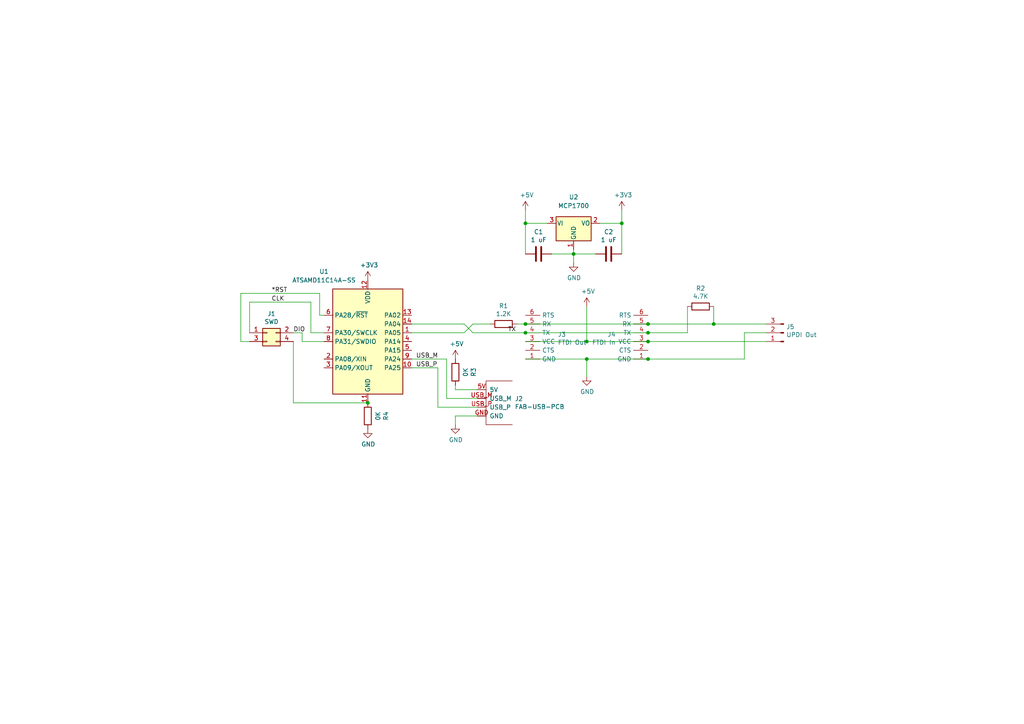
<source format=kicad_sch>
(kicad_sch (version 20211123) (generator eeschema)
  (paper "A4")
  (lib_symbols
    (symbol "Regulator_Linear:MCP1700-3302E_SOT23" (pin_names (offset 0.254))
      (property "Reference" "U" (at -3.81 3.175 0))
      (property "Value" "MCP1700-3302E_SOT23" (at 0 3.175 0))
      (symbol "MCP1700-3302E_SOT23_0_1"
        (rectangle (start -5.08 1.905) (end 5.08 -5.08) (stroke (width 0.254)) (fill (type background)))
      )
      (symbol "MCP1700-3302E_SOT23_1_1"
        (pin power_in line (at 0 -7.62 90) (length 2.54) (name "GND") (number "1"))
        (pin power_out line (at 7.62 0 180) (length 2.54) (name "VO") (number "2"))
        (pin power_in line (at -7.62 0 0) (length 2.54) (name "VI") (number "3"))
      )
    )
    (symbol "fab:ATSAMD11C14A-SS"
      (property "Reference" "U" (at -10.16 16.51 0))
      (property "Value" "fab_ATSAMD11C14A-SS" (at 1.27 16.51 0))
      (symbol "ATSAMD11C14A-SS_0_1"
        (rectangle (start -10.16 15.24) (end 10.16 -15.24) (stroke (width 0.254)) (fill (type background)))
      )
      (symbol "ATSAMD11C14A-SS_1_1"
        (pin bidirectional line (at 12.7 2.54 180) (length 2.54) (name "PA05") (number "1"))
        (pin bidirectional line (at 12.7 -7.62 180) (length 2.54) (name "PA25") (number "10"))
        (pin power_in line (at 0 -17.78 90) (length 2.54) (name "GND") (number "11"))
        (pin power_in line (at 0 17.78 270) (length 2.54) (name "VDD") (number "12"))
        (pin bidirectional line (at 12.7 7.62 180) (length 2.54) (name "PA02") (number "13"))
        (pin bidirectional line (at 12.7 5.08 180) (length 2.54) (name "PA04") (number "14"))
        (pin bidirectional line (at -12.7 -5.08 0) (length 2.54) (name "PA08/XIN") (number "2"))
        (pin bidirectional line (at -12.7 -7.62 0) (length 2.54) (name "PA09/XOUT") (number "3"))
        (pin bidirectional line (at 12.7 0 180) (length 2.54) (name "PA14") (number "4"))
        (pin bidirectional line (at 12.7 -2.54 180) (length 2.54) (name "PA15") (number "5"))
        (pin bidirectional line (at -12.7 7.62 0) (length 2.54) (name "PA28/~{RST}") (number "6"))
        (pin bidirectional line (at -12.7 2.54 0) (length 2.54) (name "PA30/SWCLK") (number "7"))
        (pin bidirectional line (at -12.7 0 0) (length 2.54) (name "PA31/SWDIO") (number "8"))
        (pin bidirectional line (at 12.7 -5.08 180) (length 2.54) (name "PA24") (number "9"))
      )
    )
    (symbol "fab:C" (pin_numbers hide) (pin_names (offset 0.254))
      (property "Reference" "C" (at 0.635 2.54 0))
      (property "Value" "fab_C" (at 0.635 -2.54 0))
      (symbol "C_0_1"
        (polyline (pts (xy -2.032 -0.762) (xy 2.032 -0.762)) (stroke (width 0.508)))
        (polyline (pts (xy -2.032 0.762) (xy 2.032 0.762)) (stroke (width 0.508)))
      )
      (symbol "C_1_1"
        (pin passive line (at 0 3.81 270) (length 2.794) (name "~") (number "1"))
        (pin passive line (at 0 -3.81 90) (length 2.794) (name "~") (number "2"))
      )
    )
    (symbol "fab:Conn_PinHeader_1x03_P2.54mm_Horizontal_SMD" (pin_names (offset 1.016) hide)
      (property "Reference" "J" (at 0 5.08 0))
      (property "Value" "fab_Conn_PinHeader_1x03_P2.54mm_Horizontal_SMD" (at 0 -5.08 0))
      (symbol "Conn_PinHeader_1x03_P2.54mm_Horizontal_SMD_1_1"
        (polyline (pts (xy 1.27 -2.54) (xy 0.8636 -2.54)) (stroke (width 0.1524)))
        (polyline (pts (xy 1.27 0) (xy 0.8636 0)) (stroke (width 0.1524)))
        (polyline (pts (xy 1.27 2.54) (xy 0.8636 2.54)) (stroke (width 0.1524)))
        (rectangle (start 0.8636 -2.413) (end 0 -2.667) (stroke (width 0.1524)) (fill (type outline)))
        (rectangle (start 0.8636 0.127) (end 0 -0.127) (stroke (width 0.1524)) (fill (type outline)))
        (rectangle (start 0.8636 2.667) (end 0 2.413) (stroke (width 0.1524)) (fill (type outline)))
        (pin passive line (at 5.08 2.54 180) (length 3.81) (name "Pin_1") (number "1"))
        (pin passive line (at 5.08 0 180) (length 3.81) (name "Pin_2") (number "2"))
        (pin passive line (at 5.08 -2.54 180) (length 3.81) (name "Pin_3") (number "3"))
      )
    )
    (symbol "fab:Conn_PinHeader_2x02_P2.54mm_Vertical_SMD" (pin_names (offset 1.016) hide)
      (property "Reference" "J" (at 1.27 2.54 0))
      (property "Value" "fab_Conn_PinHeader_2x02_P2.54mm_Vertical_SMD" (at 1.27 -5.08 0))
      (symbol "Conn_PinHeader_2x02_P2.54mm_Vertical_SMD_1_1"
        (rectangle (start -1.27 -2.413) (end 0 -2.667) (stroke (width 0.1524)))
        (rectangle (start -1.27 0.127) (end 0 -0.127) (stroke (width 0.1524)))
        (rectangle (start -1.27 1.27) (end 3.81 -3.81) (stroke (width 0.254)) (fill (type background)))
        (rectangle (start 3.81 -2.413) (end 2.54 -2.667) (stroke (width 0.1524)))
        (rectangle (start 3.81 0.127) (end 2.54 -0.127) (stroke (width 0.1524)))
        (pin passive line (at -5.08 0 0) (length 3.81) (name "Pin_1") (number "1"))
        (pin passive line (at 7.62 0 180) (length 3.81) (name "Pin_2") (number "2"))
        (pin passive line (at -5.08 -2.54 0) (length 3.81) (name "Pin_3") (number "3"))
        (pin passive line (at 7.62 -2.54 180) (length 3.81) (name "Pin_4") (number "4"))
      )
    )
    (symbol "fab:Conn_PinHeader_FTDI_1x06_P2.54mm_Horizontal_SMD" (pin_names (offset 1.016))
      (property "Reference" "J" (at 0 7.62 0))
      (property "Value" "fab_Conn_PinHeader_FTDI_1x06_P2.54mm_Horizontal_SMD" (at 0 -10.16 0))
      (symbol "Conn_PinHeader_FTDI_1x06_P2.54mm_Horizontal_SMD_1_1"
        (polyline (pts (xy 1.27 -7.62) (xy 0.8636 -7.62)) (stroke (width 0.1524)))
        (polyline (pts (xy 1.27 -5.08) (xy 0.8636 -5.08)) (stroke (width 0.1524)))
        (polyline (pts (xy 1.27 -2.54) (xy 0.8636 -2.54)) (stroke (width 0.1524)))
        (polyline (pts (xy 1.27 0) (xy 0.8636 0)) (stroke (width 0.1524)))
        (polyline (pts (xy 1.27 2.54) (xy 0.8636 2.54)) (stroke (width 0.1524)))
        (polyline (pts (xy 1.27 5.08) (xy 0.8636 5.08)) (stroke (width 0.1524)))
        (pin passive line (at 5.08 5.08 180) (length 3.81) (name "GND") (number "1"))
        (pin passive line (at 5.08 2.54 180) (length 3.81) (name "CTS") (number "2"))
        (pin passive line (at 5.08 0 180) (length 3.81) (name "VCC") (number "3"))
        (pin passive line (at 5.08 -2.54 180) (length 3.81) (name "TX") (number "4"))
        (pin passive line (at 5.08 -5.08 180) (length 3.81) (name "RX") (number "5"))
        (pin passive line (at 5.08 -7.62 180) (length 3.81) (name "RTS") (number "6"))
      )
    )
    (symbol "fab:R" (pin_numbers hide) (pin_names (offset 0))
      (property "Reference" "R" (at 2.032 0 90))
      (property "Value" "fab_R" (at 0 0 90))
      (symbol "R_0_1"
        (rectangle (start -1.016 -2.54) (end 1.016 2.54) (stroke (width 0.254)))
      )
      (symbol "R_1_1"
        (pin passive line (at 0 3.81 270) (length 1.27) (name "~") (number "1"))
        (pin passive line (at 0 -3.81 90) (length 1.27) (name "~") (number "2"))
      )
    )
    (symbol "power:+3.3V" (power) (pin_names (offset 0))
      (property "Value" "+3.3V" (at 0 3.556 0))
      (symbol "+3.3V_0_1"
        (polyline (pts (xy -0.762 1.27) (xy 0 2.54)))
        (polyline (pts (xy 0 0) (xy 0 2.54)))
        (polyline (pts (xy 0 2.54) (xy 0.762 1.27)))
      )
      (symbol "+3.3V_1_1"
        (pin power_in line (at 0 0 90) (length 0) hide (name "+3V3") (number "1"))
      )
    )
    (symbol "power:+5V" (power) (pin_names (offset 0))
      (property "Value" "+5V" (at 0 3.556 0))
      (symbol "+5V_0_1"
        (polyline (pts (xy -0.762 1.27) (xy 0 2.54)))
        (polyline (pts (xy 0 0) (xy 0 2.54)))
        (polyline (pts (xy 0 2.54) (xy 0.762 1.27)))
      )
      (symbol "+5V_1_1"
        (pin power_in line (at 0 0 90) (length 0) hide (name "+5V") (number "1"))
      )
    )
    (symbol "power:GND" (power) (pin_names (offset 0))
      (property "Value" "GND" (at 0 -3.81 0))
      (symbol "GND_0_1"
        (polyline (pts (xy 0 0) (xy 0 -1.27) (xy 1.27 -1.27) (xy 0 -2.54) (xy -1.27 -1.27) (xy 0 -1.27)))
      )
      (symbol "GND_1_1"
        (pin power_in line (at 0 0 270) (length 0) hide (name "GND") (number "1"))
      )
    )
    (symbol "wheaton:FAB-USB-PCB" (pin_names (offset 1.016))
      (property "Reference" "J?" (at 2.54 5.08 0))
      (property "Value" "wheaton_FAB-USB-PCB" (at 3.81 7.62 0))
      (symbol "FAB-USB-PCB_0_1"
        (polyline (pts (xy 10.16 3.81) (xy 2.54 3.81) (xy 2.54 -8.89) (xy 10.16 -8.89)))
      )
      (symbol "FAB-USB-PCB_1_1"
        (pin power_in line (at 0 1.27 0) (length 2.54) (name "5V") (number "5V"))
        (pin power_in line (at 0 -6.35 0) (length 2.54) (name "GND") (number "GND"))
        (pin bidirectional line (at 0 -1.27 0) (length 2.54) (name "USB_M") (number "USB_M"))
        (pin bidirectional line (at 0 -3.81 0) (length 2.54) (name "USB_P") (number "USB_P"))
      )
    )
  )
  (junction (at 187.96 93.98))
  (junction (at 180.34 64.77))
  (junction (at 152.4 96.52))
  (junction (at 152.4 93.98))
  (junction (at 170.18 99.06))
  (junction (at 187.96 96.52))
  (junction (at 170.18 104.14))
  (junction (at 207.01 93.98))
  (junction (at 166.37 73.66))
  (junction (at 152.4 64.77))
  (junction (at 187.96 99.06))
  (junction (at 187.96 104.14))
  (junction (at 106.68 116.84))
  (wire (pts (xy 187.96 104.14) (xy 170.18 104.14)))
  (wire (pts (xy 222.25 93.98) (xy 207.01 93.98)))
  (wire (pts (xy 199.39 96.52) (xy 187.96 96.52)))
  (wire (pts (xy 85.09 116.84) (xy 106.68 116.84)))
  (wire (pts (xy 72.39 87.63) (xy 72.39 96.52)))
  (wire (pts (xy 187.96 104.14) (xy 215.9 104.14)))
  (wire (pts (xy 187.96 93.98) (xy 207.01 93.98)))
  (wire (pts (xy 170.18 109.22) (xy 170.18 104.14)))
  (wire (pts (xy 90.17 96.52) (xy 90.17 87.63)))
  (wire (pts (xy 170.18 88.9) (xy 170.18 99.06)))
  (wire (pts (xy 132.08 120.65) (xy 132.08 123.19)))
  (wire (pts (xy 137.16 96.52) (xy 152.4 96.52)))
  (wire (pts (xy 129.54 115.57) (xy 129.54 104.14)))
  (wire (pts (xy 187.96 99.06) (xy 170.18 99.06)))
  (wire (pts (xy 85.09 99.06) (xy 85.09 116.84)))
  (wire (pts (xy 132.08 113.03) (xy 132.08 111.76)))
  (wire (pts (xy 137.16 93.98) (xy 142.24 93.98)))
  (wire (pts (xy 127 118.11) (xy 127 106.68)))
  (wire (pts (xy 87.63 99.06) (xy 87.63 96.52)))
  (wire (pts (xy 132.08 120.65) (xy 138.43 120.65)))
  (wire (pts (xy 119.38 104.14) (xy 129.54 104.14)))
  (wire (pts (xy 93.98 91.44) (xy 92.71 91.44)))
  (wire (pts (xy 160.02 73.66) (xy 166.37 73.66)))
  (wire (pts (xy 180.34 64.77) (xy 180.34 73.66)))
  (wire (pts (xy 180.34 64.77) (xy 180.34 60.96)))
  (wire (pts (xy 134.62 93.98) (xy 137.16 96.52)))
  (wire (pts (xy 166.37 73.66) (xy 166.37 76.2)))
  (wire (pts (xy 134.62 96.52) (xy 137.16 93.98)))
  (wire (pts (xy 127 106.68) (xy 119.38 106.68)))
  (wire (pts (xy 152.4 64.77) (xy 152.4 60.96)))
  (wire (pts (xy 90.17 87.63) (xy 72.39 87.63)))
  (wire (pts (xy 87.63 96.52) (xy 85.09 96.52)))
  (wire (pts (xy 187.96 96.52) (xy 152.4 96.52)))
  (wire (pts (xy 127 118.11) (xy 138.43 118.11)))
  (wire (pts (xy 93.98 99.06) (xy 87.63 99.06)))
  (wire (pts (xy 222.25 99.06) (xy 187.96 99.06)))
  (wire (pts (xy 119.38 93.98) (xy 134.62 93.98)))
  (wire (pts (xy 166.37 73.66) (xy 172.72 73.66)))
  (wire (pts (xy 93.98 96.52) (xy 90.17 96.52)))
  (wire (pts (xy 158.75 64.77) (xy 152.4 64.77)))
  (wire (pts (xy 166.37 73.66) (xy 166.37 72.39)))
  (wire (pts (xy 92.71 85.09) (xy 69.85 85.09)))
  (wire (pts (xy 170.18 99.06) (xy 152.4 99.06)))
  (wire (pts (xy 119.38 96.52) (xy 134.62 96.52)))
  (wire (pts (xy 170.18 104.14) (xy 152.4 104.14)))
  (wire (pts (xy 152.4 64.77) (xy 152.4 73.66)))
  (wire (pts (xy 129.54 115.57) (xy 138.43 115.57)))
  (wire (pts (xy 215.9 96.52) (xy 222.25 96.52)))
  (wire (pts (xy 149.86 93.98) (xy 152.4 93.98)))
  (wire (pts (xy 215.9 104.14) (xy 215.9 96.52)))
  (wire (pts (xy 132.08 113.03) (xy 138.43 113.03)))
  (wire (pts (xy 207.01 88.9) (xy 207.01 93.98)))
  (wire (pts (xy 69.85 99.06) (xy 72.39 99.06)))
  (wire (pts (xy 152.4 93.98) (xy 187.96 93.98)))
  (wire (pts (xy 92.71 91.44) (xy 92.71 85.09)))
  (wire (pts (xy 69.85 85.09) (xy 69.85 99.06)))
  (wire (pts (xy 173.99 64.77) (xy 180.34 64.77)))
  (wire (pts (xy 199.39 88.9) (xy 199.39 96.52)))
  (label "USB_M" (at 120.65 104.14 0))
  (label "TX" (at 147.32 96.52 0))
  (label "USB_P" (at 120.65 106.68 0))
  (label "DIO" (at 85.09 96.52 0))
  (label "*RST" (at 78.74 85.09 0))
  (label "CLK" (at 78.74 87.63 0))
  (symbol (lib_id "fab:ATSAMD11C14A-SS") (at 106.68 99.06 0) (unit 1)
    (property "Reference" "U1" (at 93.98 78.74 0))
    (property "Value" "ATSAMD11C14A-SS" (at 93.98 81.28 0))
    (property "Footprint" "fab:SOIC-14_3.9x8.7mm_P1.27mm" (effects hide))
  )
  (symbol (lib_id "power:+3.3V") (at 106.68 81.28 0) (unit 1)
    (property "Reference" "#PWR0107" (effects hide))
    (property "Value" "+3.3V" (at 107.061 76.8858 0))
  )
  (symbol (lib_id "fab:Conn_PinHeader_FTDI_1x06_P2.54mm_Horizontal_SMD") (at 157.48 99.06 180) (unit 1)
    (property "Reference" "J3" (at 161.7726 97.0026 0) (effects (justify right)))
    (property "Value" "FTDI Out" (at 161.7726 99.314 0) (effects (justify right)))
    (property "Footprint" "fab:PinHeader_FTDI_01x06_P2.54mm_Horizontal_SMD" (effects hide))
  )
  (symbol (lib_id "fab:Conn_PinHeader_FTDI_1x06_P2.54mm_Horizontal_SMD") (at 182.88 99.06 0) (mirror x) (unit 1)
    (property "Reference" "J4" (at 178.5874 97.0026 0) (effects (justify right)))
    (property "Value" "FTDI In" (at 178.5874 99.314 0) (effects (justify right)))
    (property "Footprint" "fab:PinHeader_FTDI_01x06_P2.54mm_Horizontal_SMD" (effects hide))
  )
  (symbol (lib_id "fab:Conn_PinHeader_2x02_P2.54mm_Vertical_SMD") (at 77.47 96.52 0) (unit 1)
    (property "Reference" "J1" (at 78.74 91.0082 0))
    (property "Value" "SWD" (at 78.74 93.3196 0))
    (property "Footprint" "fab:PinHeader_2x02_P2.54mm_Vertical_SMD" (effects hide))
    (property "Datasheet" "https://cdn.amphenol-icc.com/media/wysiwyg/files/drawing/95278.pdf" (effects hide))
  )
  (symbol (lib_id "fab:R") (at 146.05 93.98 270) (unit 1)
    (property "Reference" "R1" (at 146.05 88.7222 90))
    (property "Value" "1.2K" (at 146.05 91.0336 90))
    (property "Footprint" "fab:R_1206" (effects hide))
  )
  (symbol (lib_id "fab:R") (at 203.2 88.9 90) (unit 1)
    (property "Reference" "R2" (at 203.2 83.6422 90))
    (property "Value" "4.7K" (at 203.2 85.9536 90))
    (property "Footprint" "fab:R_1206" (effects hide))
  )
  (symbol (lib_id "fab:C") (at 156.21 73.66 270) (unit 1)
    (property "Reference" "C1" (at 156.21 67.2592 90))
    (property "Value" "1 uF" (at 156.21 69.5706 90))
    (property "Footprint" "fab:C_1206" (effects hide))
  )
  (symbol (lib_id "fab:C") (at 176.53 73.66 270) (unit 1)
    (property "Reference" "C2" (at 176.53 67.2592 90))
    (property "Value" "1 uF" (at 176.53 69.5706 90))
    (property "Footprint" "fab:C_1206" (effects hide))
  )
  (symbol (lib_id "fab:Conn_PinHeader_1x03_P2.54mm_Horizontal_SMD") (at 227.33 96.52 180) (unit 1)
    (property "Reference" "J5" (at 228.0412 94.7928 0) (effects (justify right)))
    (property "Value" "UPDI Out" (at 228.0412 97.1042 0) (effects (justify right)))
    (property "Footprint" "fab:PinHeader_1x03_P2.54mm_Horizontal_SMD" (effects hide))
  )
  (symbol (lib_id "power:+5V") (at 132.08 104.14 0) (unit 1)
    (property "Reference" "#PWR0108" (effects hide))
    (property "Value" "+5V" (at 132.461 99.7458 0))
  )
  (symbol (lib_id "power:GND") (at 132.08 123.19 0) (unit 1)
    (property "Reference" "#PWR0109" (effects hide))
    (property "Value" "GND" (at 132.207 127.5842 0))
  )
  (symbol (lib_id "power:GND") (at 166.37 76.2 0) (unit 1)
    (property "Reference" "#PWR0101" (effects hide))
    (property "Value" "GND" (at 166.497 80.5942 0))
  )
  (symbol (lib_id "power:GND") (at 106.68 124.46 0) (unit 1)
    (property "Reference" "#PWR0102" (effects hide))
    (property "Value" "GND" (at 106.807 128.8542 0))
  )
  (symbol (lib_id "fab:R") (at 132.08 107.95 180) (unit 1)
    (property "Reference" "R3" (at 137.3378 107.95 90))
    (property "Value" "0K" (at 135.0264 107.95 90))
    (property "Footprint" "fab:R_1206" (effects hide))
  )
  (symbol (lib_id "power:+5V") (at 170.18 88.9 0) (unit 1)
    (property "Reference" "#PWR0103" (effects hide))
    (property "Value" "+5V" (at 170.561 84.5058 0))
  )
  (symbol (lib_id "power:GND") (at 170.18 109.22 0) (unit 1)
    (property "Reference" "#PWR0104" (effects hide))
    (property "Value" "GND" (at 170.307 113.6142 0))
  )
  (symbol (lib_id "power:+5V") (at 152.4 60.96 0) (unit 1)
    (property "Reference" "#PWR0105" (effects hide))
    (property "Value" "+5V" (at 152.781 56.5658 0))
  )
  (symbol (lib_id "power:+3.3V") (at 180.34 60.96 0) (unit 1)
    (property "Reference" "#PWR0106" (effects hide))
    (property "Value" "+3.3V" (at 180.721 56.5658 0))
  )
  (symbol (lib_id "fab:R") (at 106.68 120.65 180) (unit 1)
    (property "Reference" "R4" (at 111.9378 120.65 90))
    (property "Value" "0K" (at 109.6264 120.65 90))
    (property "Footprint" "fab:R_1206" (effects hide))
  )
  (symbol (lib_id "wheaton:FAB-USB-PCB") (at 138.43 114.3 0) (unit 1)
    (property "Reference" "J2" (at 149.3012 115.6716 0) (effects (justify left)))
    (property "Value" "FAB-USB-PCB" (at 149.3012 117.983 0) (effects (justify left)))
    (property "Footprint" "wheaton:FAB_USB-A-PCB" (effects hide))
  )
  (symbol (lib_id "Regulator_Linear:MCP1700-3302E_SOT23") (at 166.37 64.77 0) (unit 1)
    (property "Reference" "U2" (at 166.37 57.15 0))
    (property "Value" "MCP1700" (at 166.37 59.69 0))
    (property "Footprint" "Package_TO_SOT_SMD:SOT-23" (effects hide))
    (property "Datasheet" "http://ww1.microchip.com/downloads/en/DeviceDoc/20001826D.pdf" (effects hide))
  )
)
</source>
